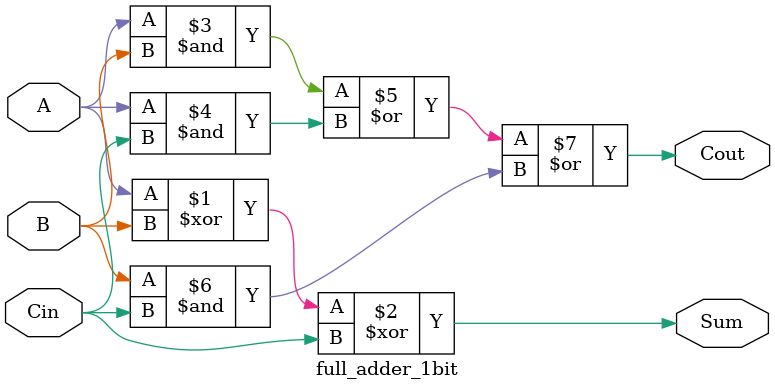
<source format=v>


// Compute Operations: Support instructions such as ADD, SUB, XOR, PADDSB, SLL, SRA, ROR, and RED.
// Saturating Arithmetic: For ADD and SUB, perform operations with saturation when results exceed the allowed 16-bit signed range.
// Flag Generation: Update the FLAG register bits (Z, N, and V) as specified (only for arithmetic and some logical instructions).
// Submodule Instantiation: Use the carry lookahead adder (CLA) for efficient addition operations.

module ALU (ALU_Out, ALU_In1, ALU_In2, N, V, Z, Opcode, flagEnable);
input [15:0] ALU_In1, ALU_In2;
input [3:0] Opcode;
output reg N, V, Z;
output reg [2:0] flagEnable;
output reg [15:0] ALU_Out;

    wire [15:0] Sum, Shift_Out, Sum_red, Sum_par;
    wire sub, Ovfl;

    cla_16bit cla_16b(.A(ALU_In1), .B(Opcode == 4'b1001 ? ALU_In2 << 1 : ALU_In2), .sub(sub), .Sum_sat(Sum), .Ovfl(Ovfl));

    PSA_16bit pa1(.Sum_sat(Sum_par), .A(ALU_In1), .B(ALU_In2));

    shifter shft(.rd(Shift_Out), .rs(ALU_In1), .imm(ALU_In2), .mode(Opcode[1:0]));

    reduction_unit red(.Sum(Sum_red), .A(ALU_In1), .B(ALU_In2));

    assign sub = (Opcode == 4'h1);

    always @ (*) begin

        flagEnable = 3'b000;

        case (Opcode)
            4'h0: begin
                ALU_Out = Sum;
                N = ALU_Out[15];
                V = Ovfl;
                Z = (ALU_Out == 0);
                flagEnable = 3'b111;
            end
            4'h1: begin
                ALU_Out = Sum;
                N = ALU_Out[15];
                V = Ovfl;
                Z = (ALU_Out == 0);
                flagEnable = 3'b111;
            end
            4'h2: begin
                ALU_Out = ALU_In1 ^ ALU_In2;
                Z = (ALU_Out == 0);
                flagEnable = 3'b001;
            end
            4'h3: begin
                //RED
                ALU_Out = Sum_red;
                flagEnable = 3'b000;
            end
            4'h4: begin
                //Shifter SLL
                ALU_Out = Shift_Out;
                Z = (ALU_Out == 0);
                flagEnable = 3'b001;
            end
            4'h5: begin
                //Shifter SRA
                ALU_Out = Shift_Out;
                Z = (ALU_Out == 0);
                flagEnable = 3'b001;
            end
            4'h6: begin
                ALU_Out = Shift_Out;
                Z = (ALU_Out == 0);
                flagEnable = 3'b001;
            end
            4'h7: begin
                ALU_Out = Sum_par;
                flagEnable = 3'b000;
            end
            4'h8: begin
                ALU_Out = Sum;
            end
            4'h9: begin
                ALU_Out = Sum;
            end
            default: begin
                ALU_Out = ALU_In2;
                flagEnable = 3'b000;
                N = 0;
                V = 0;
                Z = 0;
            end
        endcase
    end

endmodule

module PSA_16bit (Sum_sat, A, B);
input [15:0] A, B; // Input data values
output [15:0] Sum_sat; // Sum output

    wire Ovfl1, Ovfl2, Ovfl3, Ovfl4;
    wire [15:0] Sum;

    full_adder_1bit FA0 (.A(A[0]), .B(B[0]), .Cin(1'b0), .Sum(Sum[0]), .Cout(Carry1));
    full_adder_1bit FA1 (.A(A[1]), .B(B[1]), .Cin(Carry1),  .Sum(Sum[1]), .Cout(Carry2));
    full_adder_1bit FA2 (.A(A[2]), .B(B[2]), .Cin(Carry2),  .Sum(Sum[2]), .Cout(Carry3));
    full_adder_1bit FA3 (.A(A[3]), .B(B[3]), .Cin(Carry3),  .Sum(Sum[3]), .Cout(Cout));

    assign Ovfl1 = (A[3] == B[3]) && (Sum[3] != A[3]);

    assign Sum_sat[3:0] = (Ovfl1) ? ((A[3] == 0 && B[3] == 0 && Sum[3] == 1) ? 4'h7 : 4'h8) : Sum[3:0];

    full_adder_1bit FA4 (.A(A[4]), .B(B[4]), .Cin(1'b0), .Sum(Sum[4]), .Cout(Carry4));
    full_adder_1bit FA5 (.A(A[5]), .B(B[5]), .Cin(Carry4),  .Sum(Sum[5]), .Cout(Carry5));
    full_adder_1bit FA6 (.A(A[6]), .B(B[6]), .Cin(Carry5),  .Sum(Sum[6]), .Cout(Carry6));
    full_adder_1bit FA7 (.A(A[7]), .B(B[7]), .Cin(Carry6),  .Sum(Sum[7]), .Cout(Cout));

    assign Ovfl2 = (A[7] == B[7]) && (Sum[7] != A[7]);

    assign Sum_sat[7:4] = (Ovfl2) ? ((A[7] == 0 && B[7] == 0 && Sum[7] == 1) ? 4'h7 : 4'h8) : Sum[7:4];

    full_adder_1bit FA8 (.A(A[8]), .B(B[8]), .Cin(1'b0), .Sum(Sum[8]), .Cout(Carry7));
    full_adder_1bit FA9 (.A(A[9]), .B(B[9]), .Cin(Carry7),  .Sum(Sum[9]), .Cout(Carry8));
    full_adder_1bit FA10 (.A(A[10]), .B(B[10]), .Cin(Carry8),  .Sum(Sum[10]), .Cout(Carry9));
    full_adder_1bit FA11 (.A(A[11]), .B(B[11]), .Cin(Carry9),  .Sum(Sum[11]), .Cout(Cout));

    assign Ovfl3 = (A[11] == B[11]) && (Sum[11] != A[11]);

    assign Sum_sat[11:8] = (Ovfl3) ? ((A[11] == 0 && B[11] == 0 && Sum[11] == 1) ? 4'h7 : 4'h8) : Sum[11:8];

    full_adder_1bit FA12 (.A(A[12]), .B(B[12]), .Cin(1'b0), .Sum(Sum[12]), .Cout(Carry10));
    full_adder_1bit FA13 (.A(A[13]), .B(B[13]), .Cin(Carry10),  .Sum(Sum[13]), .Cout(Carry11));
    full_adder_1bit FA14 (.A(A[14]), .B(B[14]), .Cin(Carry11),  .Sum(Sum[14]), .Cout(Carry12));
    full_adder_1bit FA15 (.A(A[15]), .B(B[15]), .Cin(Carry12),  .Sum(Sum[15]), .Cout(Cout));

    assign Ovfl4 = (A[15] == B[15]) && (Sum[15] != A[15]);

    assign Sum_sat[15:12] = (Ovfl4) ? ((A[15] == 0 && B[15] == 0 && Sum[15] == 1) ? 4'h7 : 4'h8) : Sum[15:12];

endmodule

module full_adder_1bit (input A, input B, input Cin, output Sum, output Cout);

    assign Sum = (A ^ B) ^ Cin;
    assign Cout = (A & B) | (A & Cin) | (B & Cin);

endmodule
</source>
